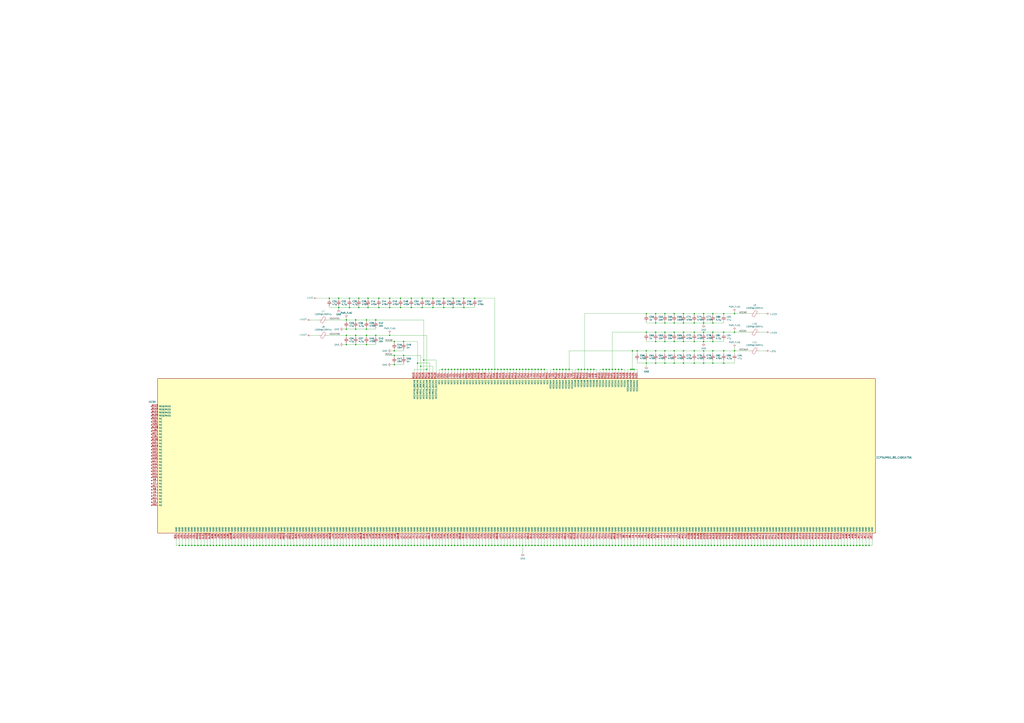
<source format=kicad_sch>
(kicad_sch (version 20211123) (generator eeschema)

  (uuid c84240d6-b00f-4d3f-9440-69b8f00ab905)

  (paper "A1")

  

  (junction (at 581.66 448.31) (diameter 0) (color 0 0 0 0)
    (uuid 000b46d6-b833-4804-8f56-56d539f76d09)
  )
  (junction (at 396.24 303.53) (diameter 0) (color 0 0 0 0)
    (uuid 015f5586-ba76-4a98-9114-f5cd2c67134d)
  )
  (junction (at 627.38 448.31) (diameter 0) (color 0 0 0 0)
    (uuid 022502e0-e724-4b75-bc35-3c5984dbeb76)
  )
  (junction (at 327.66 448.31) (diameter 0) (color 0 0 0 0)
    (uuid 02538207-54a8-4266-8d51-23871852b2ff)
  )
  (junction (at 375.92 448.31) (diameter 0) (color 0 0 0 0)
    (uuid 02f8904b-a7b2-49dd-b392-764e7e29fb51)
  )
  (junction (at 311.15 245.11) (diameter 0) (color 0 0 0 0)
    (uuid 051b8cb0-ae77-4e09-98a7-bf2103319e66)
  )
  (junction (at 485.14 303.53) (diameter 0) (color 0 0 0 0)
    (uuid 0554bea0-89b2-4e25-9ea3-4c73921c94cb)
  )
  (junction (at 350.52 448.31) (diameter 0) (color 0 0 0 0)
    (uuid 05d3e08e-e1f9-46cf-93d0-836d1306d03a)
  )
  (junction (at 668.02 448.31) (diameter 0) (color 0 0 0 0)
    (uuid 06665bf8-cef1-4e75-8d5b-1537b3c1b090)
  )
  (junction (at 300.99 275.59) (diameter 0) (color 0 0 0 0)
    (uuid 083becc8-e25d-4206-9636-55457650bbe3)
  )
  (junction (at 619.76 448.31) (diameter 0) (color 0 0 0 0)
    (uuid 08ec951f-e7eb-41cf-9589-697107a98e88)
  )
  (junction (at 530.86 448.31) (diameter 0) (color 0 0 0 0)
    (uuid 099473f1-6598-46ff-a50f-4c520832170d)
  )
  (junction (at 612.14 448.31) (diameter 0) (color 0 0 0 0)
    (uuid 09bbea88-8bd7-48ec-baae-1b4a9a11a40e)
  )
  (junction (at 346.71 252.73) (diameter 0) (color 0 0 0 0)
    (uuid 0b4c0f05-c855-4742-bad2-dbf645d5842b)
  )
  (junction (at 287.02 245.11) (diameter 0) (color 0 0 0 0)
    (uuid 0b9f21ed-3d41-4f23-ae45-74117a5f3153)
  )
  (junction (at 444.5 448.31) (diameter 0) (color 0 0 0 0)
    (uuid 0ba17a9b-d889-426c-b4fe-048bed6b6be8)
  )
  (junction (at 558.8 448.31) (diameter 0) (color 0 0 0 0)
    (uuid 0c5dddf1-38df-43d2-b49c-e7b691dab0ab)
  )
  (junction (at 218.44 448.31) (diameter 0) (color 0 0 0 0)
    (uuid 0cc9bf07-55b9-458f-b8aa-41b2f51fa940)
  )
  (junction (at 556.26 448.31) (diameter 0) (color 0 0 0 0)
    (uuid 0ce1dd44-f307-4f98-9f0d-478fd87daa64)
  )
  (junction (at 320.04 275.59) (diameter 0) (color 0 0 0 0)
    (uuid 0d993e48-cea3-4104-9c5a-d8f97b64a3ac)
  )
  (junction (at 645.16 448.31) (diameter 0) (color 0 0 0 0)
    (uuid 0e32af77-726b-4e11-9f99-2e2484ba9e9b)
  )
  (junction (at 603.25 273.05) (diameter 0) (color 0 0 0 0)
    (uuid 0f0f7bb5-ade7-4a81-82b4-43be6a8ad05c)
  )
  (junction (at 328.93 252.73) (diameter 0) (color 0 0 0 0)
    (uuid 0f560957-a8c5-442f-b20c-c2d88613742c)
  )
  (junction (at 617.22 448.31) (diameter 0) (color 0 0 0 0)
    (uuid 0fb27e11-fde6-4a25-adbb-e9684771b369)
  )
  (junction (at 292.1 448.31) (diameter 0) (color 0 0 0 0)
    (uuid 10d8ad0e-6a08-4053-92aa-23a15910fd21)
  )
  (junction (at 585.47 257.81) (diameter 0) (color 0 0 0 0)
    (uuid 113ffcdf-4c54-4e37-81dc-f91efa934ba7)
  )
  (junction (at 299.72 448.31) (diameter 0) (color 0 0 0 0)
    (uuid 123968c6-74e7-4754-8c36-08ea08e42555)
  )
  (junction (at 337.82 448.31) (diameter 0) (color 0 0 0 0)
    (uuid 12c8f4c9-cb79-4390-b96c-a717c693de17)
  )
  (junction (at 340.36 448.31) (diameter 0) (color 0 0 0 0)
    (uuid 12f8e43c-8f83-48d3-a9b5-5f3ebc0b6c43)
  )
  (junction (at 419.1 303.53) (diameter 0) (color 0 0 0 0)
    (uuid 12fa3c3f-3d14-451a-a6a8-884fd1b32fa7)
  )
  (junction (at 434.34 448.31) (diameter 0) (color 0 0 0 0)
    (uuid 1317ff66-8ecf-46c9-9612-8d2eae03c537)
  )
  (junction (at 502.92 303.53) (diameter 0) (color 0 0 0 0)
    (uuid 13ac70df-e9b9-44e5-96e6-20f0b0dc6a3a)
  )
  (junction (at 660.4 448.31) (diameter 0) (color 0 0 0 0)
    (uuid 15189cef-9045-423b-b4f6-a763d4e75704)
  )
  (junction (at 650.24 448.31) (diameter 0) (color 0 0 0 0)
    (uuid 152cd84e-bbed-4df5-a866-d1ab977b0966)
  )
  (junction (at 538.48 288.29) (diameter 0) (color 0 0 0 0)
    (uuid 15699041-ed40-45ee-87d8-f5e206a88536)
  )
  (junction (at 596.9 448.31) (diameter 0) (color 0 0 0 0)
    (uuid 162e5bdd-61a8-46a3-8485-826b5d58e1a1)
  )
  (junction (at 434.34 303.53) (diameter 0) (color 0 0 0 0)
    (uuid 1755646e-fc08-4e43-a301-d9b3ea704cf6)
  )
  (junction (at 675.64 448.31) (diameter 0) (color 0 0 0 0)
    (uuid 178ae27e-edb9-4ffb-bd13-c0a6dd659606)
  )
  (junction (at 328.93 245.11) (diameter 0) (color 0 0 0 0)
    (uuid 17ed3508-fa2e-4593-a799-bfd39a6cc14d)
  )
  (junction (at 424.18 448.31) (diameter 0) (color 0 0 0 0)
    (uuid 17ff35b3-d658-499b-9a46-ea36063fed4e)
  )
  (junction (at 561.34 280.67) (diameter 0) (color 0 0 0 0)
    (uuid 1855ca44-ab48-4b76-a210-97fc81d916c4)
  )
  (junction (at 530.86 298.45) (diameter 0) (color 0 0 0 0)
    (uuid 1876c30c-72b2-4a8d-9f32-bf8b213530b4)
  )
  (junction (at 381 252.73) (diameter 0) (color 0 0 0 0)
    (uuid 18f1018d-5857-4c32-a072-f3de80352f74)
  )
  (junction (at 535.94 448.31) (diameter 0) (color 0 0 0 0)
    (uuid 199124ca-dd64-45cf-a063-97cc545cbea7)
  )
  (junction (at 685.8 448.31) (diameter 0) (color 0 0 0 0)
    (uuid 1a22eb2d-f625-4371-a918-ff1b97dc8219)
  )
  (junction (at 284.48 262.89) (diameter 0) (color 0 0 0 0)
    (uuid 1b023dd4-5185-4576-b544-68a05b9c360b)
  )
  (junction (at 538.48 273.05) (diameter 0) (color 0 0 0 0)
    (uuid 1bd80cf9-f42a-4aee-a408-9dbf4e81e625)
  )
  (junction (at 568.96 448.31) (diameter 0) (color 0 0 0 0)
    (uuid 1bf7d0f9-0dcf-4d7c-b58c-318e3dc42bc9)
  )
  (junction (at 355.6 252.73) (diameter 0) (color 0 0 0 0)
    (uuid 1c052668-6749-425a-9a77-35f046c8aa39)
  )
  (junction (at 323.85 288.29) (diameter 0) (color 0 0 0 0)
    (uuid 1c9f6fea-1796-4a2d-80b3-ae22ce51c8f5)
  )
  (junction (at 577.85 257.81) (diameter 0) (color 0 0 0 0)
    (uuid 1cacb878-9da4-41fc-aa80-018bc841e19a)
  )
  (junction (at 149.86 448.31) (diameter 0) (color 0 0 0 0)
    (uuid 1cb22080-0f59-4c18-a6e6-8685ef44ec53)
  )
  (junction (at 411.48 303.53) (diameter 0) (color 0 0 0 0)
    (uuid 1cc5480b-56b7-4379-98e2-ccafc88911a7)
  )
  (junction (at 577.85 280.67) (diameter 0) (color 0 0 0 0)
    (uuid 1de61170-5337-44c5-ba28-bd477db4bff1)
  )
  (junction (at 320.04 245.11) (diameter 0) (color 0 0 0 0)
    (uuid 20901d7e-a300-4069-8967-a6a7e97a68bc)
  )
  (junction (at 585.47 273.05) (diameter 0) (color 0 0 0 0)
    (uuid 2102c637-9f11-48f1-aae6-b4139dc22be2)
  )
  (junction (at 246.38 448.31) (diameter 0) (color 0 0 0 0)
    (uuid 212bf70c-2324-47d9-8700-59771063baeb)
  )
  (junction (at 391.16 448.31) (diameter 0) (color 0 0 0 0)
    (uuid 21492bcd-343a-4b2b-b55a-b4586c11bdeb)
  )
  (junction (at 180.34 448.31) (diameter 0) (color 0 0 0 0)
    (uuid 2165c9a4-eb84-4cb6-a870-2fdc39d2511b)
  )
  (junction (at 480.06 448.31) (diameter 0) (color 0 0 0 0)
    (uuid 22962957-1efd-404d-83db-5b233b6c15b0)
  )
  (junction (at 154.94 448.31) (diameter 0) (color 0 0 0 0)
    (uuid 235067e2-1686-40fe-a9a0-61704311b2b1)
  )
  (junction (at 220.98 448.31) (diameter 0) (color 0 0 0 0)
    (uuid 241e0c85-4796-48eb-a5a0-1c0f2d6e5910)
  )
  (junction (at 570.23 273.05) (diameter 0) (color 0 0 0 0)
    (uuid 247ebffd-2cb6-4379-ba6e-21861fea3913)
  )
  (junction (at 502.92 448.31) (diameter 0) (color 0 0 0 0)
    (uuid 24adc223-60f0-4497-98a3-d664c5a13280)
  )
  (junction (at 370.84 448.31) (diameter 0) (color 0 0 0 0)
    (uuid 2518d4ea-25cc-4e57-a0d6-8482034e7318)
  )
  (junction (at 561.34 265.43) (diameter 0) (color 0 0 0 0)
    (uuid 254f7cc6-cee1-44ca-9afe-939b318201aa)
  )
  (junction (at 695.96 448.31) (diameter 0) (color 0 0 0 0)
    (uuid 25c663ff-96b6-4263-a06e-d1829409cf73)
  )
  (junction (at 538.48 448.31) (diameter 0) (color 0 0 0 0)
    (uuid 26a22c19-4cc5-4237-9651-0edc4f854154)
  )
  (junction (at 431.8 303.53) (diameter 0) (color 0 0 0 0)
    (uuid 26bc8641-9bca-4204-9709-deedbe202a36)
  )
  (junction (at 585.47 288.29) (diameter 0) (color 0 0 0 0)
    (uuid 272c2a78-b5f5-4b61-aed3-ec69e0e92729)
  )
  (junction (at 474.98 303.53) (diameter 0) (color 0 0 0 0)
    (uuid 275b6416-db29-42cc-9307-bf426917c3b4)
  )
  (junction (at 500.38 448.31) (diameter 0) (color 0 0 0 0)
    (uuid 278a91dc-d57d-4a5c-a045-34b6bd84131f)
  )
  (junction (at 345.44 448.31) (diameter 0) (color 0 0 0 0)
    (uuid 282c8e53-3acc-42f0-a92a-6aa976b97a93)
  )
  (junction (at 487.68 448.31) (diameter 0) (color 0 0 0 0)
    (uuid 29126f72-63f7-4275-8b12-6b96a71c6f17)
  )
  (junction (at 711.2 448.31) (diameter 0) (color 0 0 0 0)
    (uuid 291935ec-f8ff-41f0-8717-e68b8af7b8c1)
  )
  (junction (at 459.74 303.53) (diameter 0) (color 0 0 0 0)
    (uuid 29cbb0bc-f66b-4d11-80e7-5bb270e42496)
  )
  (junction (at 655.32 448.31) (diameter 0) (color 0 0 0 0)
    (uuid 2a4111b7-8149-4814-9344-3b8119cd75e4)
  )
  (junction (at 332.74 448.31) (diameter 0) (color 0 0 0 0)
    (uuid 2a6075ae-c7fa-41db-86b8-3f996740bdc2)
  )
  (junction (at 594.36 288.29) (diameter 0) (color 0 0 0 0)
    (uuid 2b25e886-ded1-450a-ada1-ece4208052e4)
  )
  (junction (at 294.64 245.11) (diameter 0) (color 0 0 0 0)
    (uuid 2b64d2cb-d62a-4762-97ea-f1b0d4293c4f)
  )
  (junction (at 287.02 448.31) (diameter 0) (color 0 0 0 0)
    (uuid 2c95b9a6-9c71-4108-9cde-57ddfdd2dd19)
  )
  (junction (at 187.96 448.31) (diameter 0) (color 0 0 0 0)
    (uuid 2de1ffee-2174-41d2-8969-68b8d21e5a7d)
  )
  (junction (at 492.76 448.31) (diameter 0) (color 0 0 0 0)
    (uuid 2ea8fa6f-efc3-40fe-bcf9-05bfa46ead4f)
  )
  (junction (at 642.62 448.31) (diameter 0) (color 0 0 0 0)
    (uuid 2ee28fa9-d785-45a1-9a1b-1be02ad8cd0b)
  )
  (junction (at 622.3 448.31) (diameter 0) (color 0 0 0 0)
    (uuid 2eea20e6-112c-411a-b615-885ae773135a)
  )
  (junction (at 601.98 448.31) (diameter 0) (color 0 0 0 0)
    (uuid 2f3fba7a-cf45-4bd8-9035-07e6fa0b4732)
  )
  (junction (at 398.78 448.31) (diameter 0) (color 0 0 0 0)
    (uuid 2f424da3-8fae-4941-bc6d-20044787372f)
  )
  (junction (at 599.44 448.31) (diameter 0) (color 0 0 0 0)
    (uuid 319c683d-aed6-4e7d-aee2-ff9871746d52)
  )
  (junction (at 157.48 448.31) (diameter 0) (color 0 0 0 0)
    (uuid 31f91ec8-56e4-4e08-9ccd-012652772211)
  )
  (junction (at 278.13 245.11) (diameter 0) (color 0 0 0 0)
    (uuid 3249bd81-9fd4-4194-9b4f-2e333b2195b8)
  )
  (junction (at 561.34 288.29) (diameter 0) (color 0 0 0 0)
    (uuid 3457afc5-3e4f-4220-81d1-b079f653a722)
  )
  (junction (at 271.78 448.31) (diameter 0) (color 0 0 0 0)
    (uuid 347562f5-b152-4e7b-8a69-40ca6daaaad4)
  )
  (junction (at 200.66 448.31) (diameter 0) (color 0 0 0 0)
    (uuid 34c0bee6-7425-4435-8857-d1fe8dfb6d89)
  )
  (junction (at 693.42 448.31) (diameter 0) (color 0 0 0 0)
    (uuid 34ce7009-187e-4541-a14e-708b3a2903d9)
  )
  (junction (at 462.28 303.53) (diameter 0) (color 0 0 0 0)
    (uuid 355ced6c-c08a-4586-9a09-7a9c624536f6)
  )
  (junction (at 311.15 252.73) (diameter 0) (color 0 0 0 0)
    (uuid 35c09d1f-2914-4d1e-a002-df30af772f3b)
  )
  (junction (at 706.12 448.31) (diameter 0) (color 0 0 0 0)
    (uuid 35fb7c56-dc85-43f7-b954-81b8040a8500)
  )
  (junction (at 215.9 448.31) (diameter 0) (color 0 0 0 0)
    (uuid 363945f6-fbef-42be-99cf-4a8a48434d92)
  )
  (junction (at 223.52 448.31) (diameter 0) (color 0 0 0 0)
    (uuid 386ad9e3-71fa-420f-8722-88548b024fc5)
  )
  (junction (at 424.18 303.53) (diameter 0) (color 0 0 0 0)
    (uuid 3993c707-5291-41b6-83c0-d1c09cb3833a)
  )
  (junction (at 577.85 288.29) (diameter 0) (color 0 0 0 0)
    (uuid 3a1a39fc-8030-4c93-9d9c-d79ba6824099)
  )
  (junction (at 546.1 257.81) (diameter 0) (color 0 0 0 0)
    (uuid 3b65c51e-c243-447e-bee9-832d94c1630e)
  )
  (junction (at 553.72 257.81) (diameter 0) (color 0 0 0 0)
    (uuid 3bbbbb7d-391c-4fee-ac81-3c47878edc38)
  )
  (junction (at 401.32 448.31) (diameter 0) (color 0 0 0 0)
    (uuid 3bca658b-a598-4669-a7cb-3f9b5f47bb5a)
  )
  (junction (at 474.98 448.31) (diameter 0) (color 0 0 0 0)
    (uuid 3c22d605-7855-4cc6-8ad2-906cadbd02dc)
  )
  (junction (at 170.18 448.31) (diameter 0) (color 0 0 0 0)
    (uuid 3c9169cc-3a77-4ae0-8afc-cbfc472a28c5)
  )
  (junction (at 383.54 448.31) (diameter 0) (color 0 0 0 0)
    (uuid 3d552623-2969-4b15-8623-368144f225e9)
  )
  (junction (at 300.99 262.89) (diameter 0) (color 0 0 0 0)
    (uuid 3e3d55c8-e0ea-48fb-8421-a84b7cb7055b)
  )
  (junction (at 172.72 448.31) (diameter 0) (color 0 0 0 0)
    (uuid 3e57b728-64e6-4470-8f27-a43c0dd85050)
  )
  (junction (at 454.66 448.31) (diameter 0) (color 0 0 0 0)
    (uuid 3ed2c840-383d-4cbd-bc3b-c4ea4c97b333)
  )
  (junction (at 266.7 448.31) (diameter 0) (color 0 0 0 0)
    (uuid 3efa2ece-8f3f-4a8c-96e9-6ab3ec6f1f70)
  )
  (junction (at 585.47 280.67) (diameter 0) (color 0 0 0 0)
    (uuid 3f2a6679-91d7-4b6c-bf5c-c4d5abb2bc44)
  )
  (junction (at 543.56 448.31) (diameter 0) (color 0 0 0 0)
    (uuid 402c62e6-8d8e-473a-a0cf-2b86e4908cd7)
  )
  (junction (at 467.36 448.31) (diameter 0) (color 0 0 0 0)
    (uuid 4086cbd7-6ba7-4e63-8da9-17e60627ee17)
  )
  (junction (at 401.32 303.53) (diameter 0) (color 0 0 0 0)
    (uuid 41485de5-6ed3-4c83-b69e-ef83ae18093c)
  )
  (junction (at 614.68 448.31) (diameter 0) (color 0 0 0 0)
    (uuid 41c18011-40db-4384-9ba4-c0158d0d9d6a)
  )
  (junction (at 317.5 448.31) (diameter 0) (color 0 0 0 0)
    (uuid 422b10b9-e829-44a2-8808-05edd8cb3050)
  )
  (junction (at 406.4 448.31) (diameter 0) (color 0 0 0 0)
    (uuid 42d3f9d6-2a47-41a8-b942-295fcb83bcd8)
  )
  (junction (at 264.16 448.31) (diameter 0) (color 0 0 0 0)
    (uuid 430d6d73-9de6-41ca-b788-178d709f4aae)
  )
  (junction (at 337.82 252.73) (diameter 0) (color 0 0 0 0)
    (uuid 4344bc11-e822-474b-8d61-d12211e719b1)
  )
  (junction (at 604.52 448.31) (diameter 0) (color 0 0 0 0)
    (uuid 4346fe55-f906-453a-b81a-1c013104a598)
  )
  (junction (at 248.92 448.31) (diameter 0) (color 0 0 0 0)
    (uuid 44035e53-ff94-45ad-801f-55a1ce042a0d)
  )
  (junction (at 594.36 448.31) (diameter 0) (color 0 0 0 0)
    (uuid 456c5e47-d71e-4708-b061-1e61634d8648)
  )
  (junction (at 497.84 303.53) (diameter 0) (color 0 0 0 0)
    (uuid 4641c87c-bffa-41fe-ae77-be3a97a6f797)
  )
  (junction (at 464.82 448.31) (diameter 0) (color 0 0 0 0)
    (uuid 465137b4-f6f7-4d51-9b40-b161947d5cc1)
  )
  (junction (at 393.7 448.31) (diameter 0) (color 0 0 0 0)
    (uuid 46cbe85d-ff47-428e-b187-4ebd50a66e0c)
  )
  (junction (at 292.1 275.59) (diameter 0) (color 0 0 0 0)
    (uuid 475ed8b3-90bf-48cd-bce5-d8f48b689541)
  )
  (junction (at 553.72 298.45) (diameter 0) (color 0 0 0 0)
    (uuid 4970ec6e-3725-4619-b57d-dc2c2cb86ed0)
  )
  (junction (at 713.74 448.31) (diameter 0) (color 0 0 0 0)
    (uuid 49a65079-57a9-46fc-8711-1d7f2cab8dbf)
  )
  (junction (at 577.85 298.45) (diameter 0) (color 0 0 0 0)
    (uuid 49b5f540-e128-4e08-bb09-f321f8e64056)
  )
  (junction (at 624.84 448.31) (diameter 0) (color 0 0 0 0)
    (uuid 49fec31e-3712-4229-8142-b191d90a97d0)
  )
  (junction (at 553.72 265.43) (diameter 0) (color 0 0 0 0)
    (uuid 4a53fa56-d65b-42a4-a4be-8f49c4c015bb)
  )
  (junction (at 302.26 448.31) (diameter 0) (color 0 0 0 0)
    (uuid 4a7e3849-3bc9-4bb3-b16a-fab2f5cee0e5)
  )
  (junction (at 528.32 448.31) (diameter 0) (color 0 0 0 0)
    (uuid 4bbde53d-6894-4e18-9480-84a6a26d5f6b)
  )
  (junction (at 497.84 448.31) (diameter 0) (color 0 0 0 0)
    (uuid 4cc0e615-05a0-4f42-a208-4011ba8ef841)
  )
  (junction (at 577.85 265.43) (diameter 0) (color 0 0 0 0)
    (uuid 4ce9470f-5633-41bf-89ac-74a810939893)
  )
  (junction (at 515.62 448.31) (diameter 0) (color 0 0 0 0)
    (uuid 4cfd9a02-97ef-4af4-a6b8-db9be1a8fda5)
  )
  (junction (at 703.58 448.31) (diameter 0) (color 0 0 0 0)
    (uuid 4e677390-a246-4ca0-954c-746e0870f88f)
  )
  (junction (at 373.38 448.31) (diameter 0) (color 0 0 0 0)
    (uuid 4fd9bc4f-0ae3-42d4-a1b4-9fb1b2a0a7fd)
  )
  (junction (at 574.04 448.31) (diameter 0) (color 0 0 0 0)
    (uuid 51cc007a-3378-4ce3-909c-71e94822f8d1)
  )
  (junction (at 396.24 448.31) (diameter 0) (color 0 0 0 0)
    (uuid 541721d1-074b-496e-a833-813044b3e8ca)
  )
  (junction (at 520.7 303.53) (diameter 0) (color 0 0 0 0)
    (uuid 54ed3ee1-891b-418e-ab9c-6a18747d7388)
  )
  (junction (at 576.58 448.31) (diameter 0) (color 0 0 0 0)
    (uuid 5576cd03-3bad-40c5-9316-1d286895d52a)
  )
  (junction (at 652.78 448.31) (diameter 0) (color 0 0 0 0)
    (uuid 560d05a7-84e4-403a-80d1-f287a4032b8a)
  )
  (junction (at 609.6 448.31) (diameter 0) (color 0 0 0 0)
    (uuid 56d2bc5d-fd72-4542-ab0f-053a5fd60efa)
  )
  (junction (at 538.48 265.43) (diameter 0) (color 0 0 0 0)
    (uuid 57f248a7-365e-4c42-b80d-5a7d1f9dfaf3)
  )
  (junction (at 563.88 448.31) (diameter 0) (color 0 0 0 0)
    (uuid 58390862-1833-41dd-9c4e-98073ea0da33)
  )
  (junction (at 546.1 298.45) (diameter 0) (color 0 0 0 0)
    (uuid 5bab6a37-1fdf-4cf8-b571-44c962ed86e9)
  )
  (junction (at 231.14 448.31) (diameter 0) (color 0 0 0 0)
    (uuid 5d49e9a6-41dd-4072-adde-ef1036c1979b)
  )
  (junction (at 603.25 288.29) (diameter 0) (color 0 0 0 0)
    (uuid 5e6153e6-2c19-46de-9a8e-b310a2a07861)
  )
  (junction (at 561.34 448.31) (diameter 0) (color 0 0 0 0)
    (uuid 5e755161-24a5-4650-a6e3-9836bf074412)
  )
  (junction (at 165.1 448.31) (diameter 0) (color 0 0 0 0)
    (uuid 5e7c3a32-8dda-4e6a-9838-c94d1f165575)
  )
  (junction (at 294.64 448.31) (diameter 0) (color 0 0 0 0)
    (uuid 5f312b85-6822-40a3-b417-2df49696ca2d)
  )
  (junction (at 167.64 448.31) (diameter 0) (color 0 0 0 0)
    (uuid 5f31b97b-d794-46d6-bbd9-7a5638bcf704)
  )
  (junction (at 342.9 448.31) (diameter 0) (color 0 0 0 0)
    (uuid 5f38bdb2-3657-474e-8e86-d6bb0b298110)
  )
  (junction (at 561.34 273.05) (diameter 0) (color 0 0 0 0)
    (uuid 5f48b0f2-82cf-40ce-afac-440f97643c36)
  )
  (junction (at 330.2 448.31) (diameter 0) (color 0 0 0 0)
    (uuid 5f6afe3e-3cb2-473a-819c-dc94ae52a6be)
  )
  (junction (at 553.72 273.05) (diameter 0) (color 0 0 0 0)
    (uuid 6150c02b-beb5-4af1-951e-3666a285a6ea)
  )
  (junction (at 589.28 448.31) (diameter 0) (color 0 0 0 0)
    (uuid 62f15a9a-9893-486e-9ad0-ea43f88fc9e7)
  )
  (junction (at 505.46 448.31) (diameter 0) (color 0 0 0 0)
    (uuid 631c7be5-8dc2-4df4-ab73-737bb928e763)
  )
  (junction (at 698.5 448.31) (diameter 0) (color 0 0 0 0)
    (uuid 637e9edf-ffed-49a2-8408-fa110c9a4c79)
  )
  (junction (at 439.42 448.31) (diameter 0) (color 0 0 0 0)
    (uuid 63caf46e-0228-40de-b819-c6bd29dd1711)
  )
  (junction (at 454.66 303.53) (diameter 0) (color 0 0 0 0)
    (uuid 653a86ba-a1ae-4175-9d4c-c788087956d0)
  )
  (junction (at 637.54 448.31) (diameter 0) (color 0 0 0 0)
    (uuid 66ca01b3-51ff-4294-9b77-4492e98f6aec)
  )
  (junction (at 457.2 303.53) (diameter 0) (color 0 0 0 0)
    (uuid 6a0919c2-460c-4229-b872-14e318e1ba8b)
  )
  (junction (at 256.54 448.31) (diameter 0) (color 0 0 0 0)
    (uuid 6a2bcc72-047b-4846-8583-1109e3552669)
  )
  (junction (at 353.06 448.31) (diameter 0) (color 0 0 0 0)
    (uuid 6bd46644-7209-4d4d-acd8-f4c0d045bc61)
  )
  (junction (at 203.2 448.31) (diameter 0) (color 0 0 0 0)
    (uuid 6cb535a7-247d-4f99-997d-c21b160eadfa)
  )
  (junction (at 195.58 448.31) (diameter 0) (color 0 0 0 0)
    (uuid 6cb93665-0bcd-4104-8633-fffd1811eee0)
  )
  (junction (at 505.46 303.53) (diameter 0) (color 0 0 0 0)
    (uuid 6d2a06fb-0b1e-452a-ab38-11a5f45e1b32)
  )
  (junction (at 683.26 448.31) (diameter 0) (color 0 0 0 0)
    (uuid 6ff9bb63-d6fd-4e32-bb60-7ac65509c2e9)
  )
  (junction (at 152.4 448.31) (diameter 0) (color 0 0 0 0)
    (uuid 701e1517-e8cf-46f4-b538-98e721c97380)
  )
  (junction (at 546.1 448.31) (diameter 0) (color 0 0 0 0)
    (uuid 706c1cb9-5d96-4282-9efc-6147f0125147)
  )
  (junction (at 269.24 448.31) (diameter 0) (color 0 0 0 0)
    (uuid 70d34adf-9bd8-469e-8c77-5c0d7adf511e)
  )
  (junction (at 278.13 252.73) (diameter 0) (color 0 0 0 0)
    (uuid 718e5c6d-0e4c-46d8-a149-2f2bfc54c7f1)
  )
  (junction (at 373.38 303.53) (diameter 0) (color 0 0 0 0)
    (uuid 71af7b65-0e6b-402e-b1a4-b66be507b4dc)
  )
  (junction (at 449.58 448.31) (diameter 0) (color 0 0 0 0)
    (uuid 7233cb6b-d8fd-4fcd-9b4f-8b0ed19b1b12)
  )
  (junction (at 300.99 270.51) (diameter 0) (color 0 0 0 0)
    (uuid 725cdf26-4b92-46db-bca9-10d930002dda)
  )
  (junction (at 586.74 448.31) (diameter 0) (color 0 0 0 0)
    (uuid 7273dd21-e834-41d3-b279-d7de727709ca)
  )
  (junction (at 708.66 448.31) (diameter 0) (color 0 0 0 0)
    (uuid 73ee7e03-97a8-4121-b568-c25f3934a935)
  )
  (junction (at 323.85 299.72) (diameter 0) (color 0 0 0 0)
    (uuid 73fbe87f-3928-49c2-bf87-839d907c6aef)
  )
  (junction (at 519.43 303.53) (diameter 0) (color 0 0 0 0)
    (uuid 749d9ed0-2ff2-4b55-abc5-f7231ec3aa28)
  )
  (junction (at 513.08 448.31) (diameter 0) (color 0 0 0 0)
    (uuid 751d823e-1d7b-4501-9658-d06d459b0e16)
  )
  (junction (at 553.72 288.29) (diameter 0) (color 0 0 0 0)
    (uuid 755f94aa-38f0-4a64-a7c7-6c71cb18cddf)
  )
  (junction (at 177.8 448.31) (diameter 0) (color 0 0 0 0)
    (uuid 75b944f9-bf25-4dc7-8104-e9f80b4f359b)
  )
  (junction (at 447.04 303.53) (diameter 0) (color 0 0 0 0)
    (uuid 761c8e29-382a-475c-a37a-7201cc9cd0f5)
  )
  (junction (at 284.48 283.21) (diameter 0) (color 0 0 0 0)
    (uuid 76afa8e0-9b3a-439d-843c-ad039d3b6354)
  )
  (junction (at 259.08 448.31) (diameter 0) (color 0 0 0 0)
    (uuid 775e8983-a723-43c5-bf00-61681f0840f3)
  )
  (junction (at 421.64 448.31) (diameter 0) (color 0 0 0 0)
    (uuid 78b44915-d68e-4488-a873-34767153ef98)
  )
  (junction (at 302.26 252.73) (diameter 0) (color 0 0 0 0)
    (uuid 79451892-db6b-4999-916d-6392174ee493)
  )
  (junction (at 372.11 252.73) (diameter 0) (color 0 0 0 0)
    (uuid 799e761c-1426-40e9-a069-1f4cb353bfaa)
  )
  (junction (at 300.99 283.21) (diameter 0) (color 0 0 0 0)
    (uuid 7acd513a-187b-4936-9f93-2e521ce33ad5)
  )
  (junction (at 292.1 262.89) (diameter 0) (color 0 0 0 0)
    (uuid 7b766787-7689-40b8-9ef5-c0b1af45a9ae)
  )
  (junction (at 408.94 303.53) (diameter 0) (color 0 0 0 0)
    (uuid 7bea05d4-1dec-4cd6-aa53-302dde803254)
  )
  (junction (at 208.28 448.31) (diameter 0) (color 0 0 0 0)
    (uuid 7c5f3091-7791-43b3-8d50-43f6a72274c9)
  )
  (junction (at 193.04 448.31) (diameter 0) (color 0 0 0 0)
    (uuid 7f2b3ce3-2f20-426d-b769-e0329b6a8111)
  )
  (junction (at 238.76 448.31) (diameter 0) (color 0 0 0 0)
    (uuid 7f9683c1-2203-43df-8fa1-719a0dc360df)
  )
  (junction (at 538.48 280.67) (diameter 0) (color 0 0 0 0)
    (uuid 80095e91-6317-4cfb-9aea-884c9a1accc5)
  )
  (junction (at 570.23 288.29) (diameter 0) (color 0 0 0 0)
    (uuid 83184391-76ed-44f0-8cd0-01f89f157bdb)
  )
  (junction (at 346.71 245.11) (diameter 0) (color 0 0 0 0)
    (uuid 83c5181e-f5ee-453c-ae5c-d7256ba8837d)
  )
  (junction (at 287.02 252.73) (diameter 0) (color 0 0 0 0)
    (uuid 8486c294-aa7e-43c3-b257-1ca3356dd17a)
  )
  (junction (at 182.88 448.31) (diameter 0) (color 0 0 0 0)
    (uuid 84d4e166-b429-409a-ab37-c6a10fd82ff5)
  )
  (junction (at 414.02 303.53) (diameter 0) (color 0 0 0 0)
    (uuid 851f3d61-ba3b-4e6e-abd4-cafa4d9b64cb)
  )
  (junction (at 323.85 292.1) (diameter 0) (color 0 0 0 0)
    (uuid 86ad0555-08b3-4dde-9a3e-c1e5e29b6615)
  )
  (junction (at 375.92 303.53) (diameter 0) (color 0 0 0 0)
    (uuid 86e98417-f5e4-48ba-8147-ef66cc03dde6)
  )
  (junction (at 228.6 448.31) (diameter 0) (color 0 0 0 0)
    (uuid 87a1984f-543d-4f2e-ad8a-7a3a24ee6047)
  )
  (junction (at 482.6 448.31) (diameter 0) (color 0 0 0 0)
    (uuid 88606262-3ac5-44a1-aacc-18b26cf4d396)
  )
  (junction (at 304.8 448.31) (diameter 0) (color 0 0 0 0)
    (uuid 888fd7cb-2fc6-480c-bcfa-0b71303087d3)
  )
  (junction (at 546.1 273.05) (diameter 0) (color 0 0 0 0)
    (uuid 88deea08-baa5-4041-beb7-01c299cf00e6)
  )
  (junction (at 429.26 303.53) (diameter 0) (color 0 0 0 0)
    (uuid 89a3dae6-dcb5-435b-a383-656b6a19a316)
  )
  (junction (at 647.7 448.31) (diameter 0) (color 0 0 0 0)
    (uuid 8a427111-6480-4b0c-b097-d8b6a0ee1819)
  )
  (junction (at 519.43 288.29) (diameter 0) (color 0 0 0 0)
    (uuid 8a8c373f-9bc3-4cf7-8f41-4802da916698)
  )
  (junction (at 210.82 448.31) (diameter 0) (color 0 0 0 0)
    (uuid 8ac400bf-c9b3-4af4-b0a7-9aa9ab4ad17e)
  )
  (junction (at 388.62 303.53) (diameter 0) (color 0 0 0 0)
    (uuid 8aeae536-fd36-430e-be47-1a856eced2fc)
  )
  (junction (at 439.42 303.53) (diameter 0) (color 0 0 0 0)
    (uuid 8aff0f38-92a8-45ec-b106-b185e93ca3fd)
  )
  (junction (at 378.46 448.31) (diameter 0) (color 0 0 0 0)
    (uuid 8bd46048-cab7-4adf-af9a-bc2710c1894c)
  )
  (junction (at 147.32 448.31) (diameter 0) (color 0 0 0 0)
    (uuid 8bdea5f6-7a53-427a-92b8-fd15994c2e8c)
  )
  (junction (at 226.06 448.31) (diameter 0) (color 0 0 0 0)
    (uuid 8cb2cd3a-4ef9-4ae5-b6bc-2b1d16f657d6)
  )
  (junction (at 485.14 448.31) (diameter 0) (color 0 0 0 0)
    (uuid 8d063f79-9282-4820-bcf4-1ff3c006cf08)
  )
  (junction (at 302.26 245.11) (diameter 0) (color 0 0 0 0)
    (uuid 8e295ed4-82cb-4d9f-8888-7ad2dd4d5129)
  )
  (junction (at 480.06 303.53) (diameter 0) (color 0 0 0 0)
    (uuid 8eb98c56-17e4-4de6-a3e3-06dcfa392040)
  )
  (junction (at 335.28 448.31) (diameter 0) (color 0 0 0 0)
    (uuid 8f12311d-6f4c-4d28-a5bc-d6cb462bade7)
  )
  (junction (at 281.94 448.31) (diameter 0) (color 0 0 0 0)
    (uuid 90f81af1-b6de-44aa-a46b-6504a157ce6c)
  )
  (junction (at 530.86 288.29) (diameter 0) (color 0 0 0 0)
    (uuid 9112ddd5-10d5-48b8-954f-f1d5adcacbd9)
  )
  (junction (at 472.44 448.31) (diameter 0) (color 0 0 0 0)
    (uuid 91fc5800-6029-46b1-848d-ca0091f97267)
  )
  (junction (at 566.42 448.31) (diameter 0) (color 0 0 0 0)
    (uuid 9208ea78-8dde-4b3d-91e9-5755ab5efd9a)
  )
  (junction (at 518.16 448.31) (diameter 0) (color 0 0 0 0)
    (uuid 92761c09-a591-4c8e-af4d-e0e2262cb01d)
  )
  (junction (at 381 448.31) (diameter 0) (color 0 0 0 0)
    (uuid 92848721-49b5-4e4c-b042-6fd51e1d562f)
  )
  (junction (at 508 303.53) (diameter 0) (color 0 0 0 0)
    (uuid 929a9b03-e99e-4b88-8e16-759f8c6b59a5)
  )
  (junction (at 546.1 288.29) (diameter 0) (color 0 0 0 0)
    (uuid 92f063a3-7cce-4a96-8a3a-cf5767f700c6)
  )
  (junction (at 284.48 275.59) (diameter 0) (color 0 0 0 0)
    (uuid 946404ba-9297-43ec-9d67-30184041145f)
  )
  (junction (at 441.96 448.31) (diameter 0) (color 0 0 0 0)
    (uuid 94a10cae-6ef2-4b64-9d98-fb22aa3306cc)
  )
  (junction (at 570.23 265.43) (diameter 0) (color 0 0 0 0)
    (uuid 94d24676-7ae3-483c-8bd6-88d31adf00b4)
  )
  (junction (at 393.7 303.53) (diameter 0) (color 0 0 0 0)
    (uuid 96315415-cfed-47d2-b3dd-d782358bd0df)
  )
  (junction (at 570.23 280.67) (diameter 0) (color 0 0 0 0)
    (uuid 966ee9ec-860e-45bb-af89-30bda72b2032)
  )
  (junction (at 538.48 298.45) (diameter 0) (color 0 0 0 0)
    (uuid 968a6172-7a4e-40ab-a78a-e4d03671e136)
  )
  (junction (at 571.5 448.31) (diameter 0) (color 0 0 0 0)
    (uuid 96ef76a5-90c3-4767-98ba-2b61887e28d3)
  )
  (junction (at 309.88 448.31) (diameter 0) (color 0 0 0 0)
    (uuid 974c48bf-534e-4335-98e1-b0426c783e99)
  )
  (junction (at 213.36 448.31) (diameter 0) (color 0 0 0 0)
    (uuid 97dcf785-3264-40a1-a36e-8842acab24fb)
  )
  (junction (at 162.56 448.31) (diameter 0) (color 0 0 0 0)
    (uuid 98861672-254d-432b-8e5a-10d885a5ffdc)
  )
  (junction (at 500.38 303.53) (diameter 0) (color 0 0 0 0)
    (uuid 98966de3-2364-43d8-a2e0-b03bb9487b03)
  )
  (junction (at 331.47 280.67) (diameter 0) (color 0 0 0 0)
    (uuid 98970bf0-1168-4b4e-a1c9-3b0c8d7eaacf)
  )
  (junction (at 294.64 252.73) (diameter 0) (color 0 0 0 0)
    (uuid 99186658-0361-40ba-ae93-62f23c5622e6)
  )
  (junction (at 381 245.11) (diameter 0) (color 0 0 0 0)
    (uuid 992a2b00-5e28-4edd-88b5-994891512d8d)
  )
  (junction (at 368.3 448.31) (diameter 0) (color 0 0 0 0)
    (uuid 99e6b8eb-b08e-4d42-84dd-8b7f6765b7b7)
  )
  (junction (at 411.48 448.31) (diameter 0) (color 0 0 0 0)
    (uuid 9a8ad8bb-d9a9-4b2b-bc88-ea6fd2676d45)
  )
  (junction (at 553.72 280.67) (diameter 0) (color 0 0 0 0)
    (uuid 9c2999b2-1cf1-4204-9d23-243401b77aa3)
  )
  (junction (at 490.22 448.31) (diameter 0) (color 0 0 0 0)
    (uuid 9da1ace0-4181-4f12-80f8-16786a9e5c07)
  )
  (junction (at 355.6 448.31) (diameter 0) (color 0 0 0 0)
    (uuid 9db16341-dac0-4aab-9c62-7d88c111c1ce)
  )
  (junction (at 279.4 448.31) (diameter 0) (color 0 0 0 0)
    (uuid 9e0e6fc0-a269-4822-b93d-4c5e6689ff11)
  )
  (junction (at 551.18 448.31) (diameter 0) (color 0 0 0 0)
    (uuid 9ed09117-33cf-45a3-85a7-2606522feaf8)
  )
  (junction (at 632.46 448.31) (diameter 0) (color 0 0 0 0)
    (uuid 9f969b13-1795-4747-8326-93bdc304ed56)
  )
  (junction (at 670.56 448.31) (diameter 0) (color 0 0 0 0)
    (uuid 9fdca5c2-1fbd-4774-a9c3-8795a40c206d)
  )
  (junction (at 673.1 448.31) (diameter 0) (color 0 0 0 0)
    (uuid a0d52767-051a-423c-a600-928281f27952)
  )
  (junction (at 261.62 448.31) (diameter 0) (color 0 0 0 0)
    (uuid a0e7a81b-2259-4f8d-8368-ba75f2004714)
  )
  (junction (at 546.1 265.43) (diameter 0) (color 0 0 0 0)
    (uuid a177c3b4-b04c-490e-b3fe-d3d4d7aa24a7)
  )
  (junction (at 662.94 448.31) (diameter 0) (color 0 0 0 0)
    (uuid a239fd1d-dfbb-49fd-b565-8c3de9dcf42b)
  )
  (junction (at 585.47 298.45) (diameter 0) (color 0 0 0 0)
    (uuid a3fab380-991d-404b-95d5-1c209b047b6e)
  )
  (junction (at 408.94 448.31) (diameter 0) (color 0 0 0 0)
    (uuid a5362821-c161-4c7a-a00c-40e1d7472d56)
  )
  (junction (at 284.48 270.51) (diameter 0) (color 0 0 0 0)
    (uuid a64aeb89-c24a-493b-9aab-87a6be930bde)
  )
  (junction (at 657.86 448.31) (diameter 0) (color 0 0 0 0)
    (uuid a686ed7c-c2d1-4d29-9d54-727faf9fd6bf)
  )
  (junction (at 284.48 448.31) (diameter 0) (color 0 0 0 0)
    (uuid a76a574b-1cac-43eb-81e6-0e2e278cea39)
  )
  (junction (at 190.5 448.31) (diameter 0) (color 0 0 0 0)
    (uuid a7f2e97b-29f3-44fd-bf8a-97a3c1528b61)
  )
  (junction (at 441.96 303.53) (diameter 0) (color 0 0 0 0)
    (uuid a7fc0812-140f-4d96-9cd8-ead8c1c610b1)
  )
  (junction (at 426.72 448.31) (diameter 0) (color 0 0 0 0)
    (uuid a917c6d9-225d-4c90-bf25-fe8eff8abd3f)
  )
  (junction (at 307.34 448.31) (diameter 0) (color 0 0 0 0)
    (uuid a92f3b72-ed6d-4d99-9da6-35771bec3c77)
  )
  (junction (at 363.22 448.31) (diameter 0) (color 0 0 0 0)
    (uuid aa047297-22f8-4de0-a969-0b3451b8e164)
  )
  (junction (at 308.61 262.89) (diameter 0) (color 0 0 0 0)
    (uuid aa1c6f47-cbd4-4cbd-8265-e5ac08b7ffc8)
  )
  (junction (at 577.85 273.05) (diameter 0) (color 0 0 0 0)
    (uuid aa23bfe3-454b-4a2b-bfe1-101c747eb84e)
  )
  (junction (at 678.18 448.31) (diameter 0) (color 0 0 0 0)
    (uuid aa8663be-9516-4b07-84d2-4c4d668b8596)
  )
  (junction (at 518.16 303.53) (diameter 0) (color 0 0 0 0)
    (uuid aadc3df5-0e2d-4f3d-b72e-6f184da74c89)
  )
  (junction (at 360.68 448.31) (diameter 0) (color 0 0 0 0)
    (uuid ab8b0540-9c9f-4195-88f5-7bed0b0a8ed6)
  )
  (junction (at 546.1 280.67) (diameter 0) (color 0 0 0 0)
    (uuid ad4d05f5-6957-42f8-b65c-c657b9a26485)
  )
  (junction (at 289.56 448.31) (diameter 0) (color 0 0 0 0)
    (uuid aee7520e-3bfc-435f-a66b-1dd1f5aa6a87)
  )
  (junction (at 487.68 303.53) (diameter 0) (color 0 0 0 0)
    (uuid af186015-d283-4209-aade-a247e5de01df)
  )
  (junction (at 523.24 288.29) (diameter 0) (color 0 0 0 0)
    (uuid af76ce95-feca-41fb-bf31-edaa26d6766a)
  )
  (junction (at 236.22 448.31) (diameter 0) (color 0 0 0 0)
    (uuid b0054ce1-b60e-41de-a6a2-bf712784dd39)
  )
  (junction (at 365.76 303.53) (diameter 0) (color 0 0 0 0)
    (uuid b0b4c3cb-e7ea-49c0-8162-be3bbab3e4ec)
  )
  (junction (at 320.04 448.31) (diameter 0) (color 0 0 0 0)
    (uuid b12e5309-5d01-40ef-a9c3-8453e00a555e)
  )
  (junction (at 510.54 303.53) (diameter 0) (color 0 0 0 0)
    (uuid b21299b9-3c4d-43df-b399-7f9b08eb5470)
  )
  (junction (at 591.82 448.31) (diameter 0) (color 0 0 0 0)
    (uuid b2b363dd-8e47-4a76-a142-e00e28334875)
  )
  (junction (at 701.04 448.31) (diameter 0) (color 0 0 0 0)
    (uuid b456cffc-d9d7-4c91-91f2-36ec9a65dd1b)
  )
  (junction (at 429.26 448.31) (diameter 0) (color 0 0 0 0)
    (uuid b54cae5b-c17c-4ed7-b249-2e7d5e83609a)
  )
  (junction (at 365.76 448.31) (diameter 0) (color 0 0 0 0)
    (uuid b794d099-f823-4d35-9755-ca1c45247ee9)
  )
  (junction (at 403.86 448.31) (diameter 0) (color 0 0 0 0)
    (uuid b7aa0362-7c9e-4a42-b191-ab15a38bf3c5)
  )
  (junction (at 358.14 448.31) (diameter 0) (color 0 0 0 0)
    (uuid b7d06af4-a5b1-447f-9b1a-8b44eb1cc204)
  )
  (junction (at 635 448.31) (diameter 0) (color 0 0 0 0)
    (uuid b9d4de74-d246-495d-8b63-12ab2133d6d6)
  )
  (junction (at 175.26 448.31) (diameter 0) (color 0 0 0 0)
    (uuid bac7c5b3-99df-445a-ade9-1e608bbbe27e)
  )
  (junction (at 469.9 448.31) (diameter 0) (color 0 0 0 0)
    (uuid bb8162f0-99c8-4884-be5b-c0d0c7e81ff6)
  )
  (junction (at 386.08 448.31) (diameter 0) (color 0 0 0 0)
    (uuid bc3b3f93-69e0-44a5-b919-319b81d13095)
  )
  (junction (at 477.52 303.53) (diameter 0) (color 0 0 0 0)
    (uuid bd085057-7c0e-463a-982b-968a2dc1f0f8)
  )
  (junction (at 243.84 448.31) (diameter 0) (color 0 0 0 0)
    (uuid be2983fa-f06e-485e-bea1-3dd96b916ec5)
  )
  (junction (at 160.02 448.31) (diameter 0) (color 0 0 0 0)
    (uuid be41ac9e-b8ba-4089-983b-b84269707f1c)
  )
  (junction (at 322.58 448.31) (diameter 0) (color 0 0 0 0)
    (uuid be6b17f9-34f5-44e9-a4c7-725d2e274a9d)
  )
  (junction (at 403.86 303.53) (diameter 0) (color 0 0 0 0)
    (uuid bef2abc2-bf3e-4a72-ad03-f8da3cd893cb)
  )
  (junction (at 355.6 245.11) (diameter 0) (color 0 0 0 0)
    (uuid befdfbe5-f3e5-423b-a34e-7bba3f218536)
  )
  (junction (at 383.54 303.53) (diameter 0) (color 0 0 0 0)
    (uuid c07eebcc-30d2-439d-8030-faea6ade4486)
  )
  (junction (at 594.36 257.81) (diameter 0) (color 0 0 0 0)
    (uuid c15b2f75-2e10-4b71-bebb-e2b872171b92)
  )
  (junction (at 541.02 448.31) (diameter 0) (color 0 0 0 0)
    (uuid c1b11207-7c0a-49b3-a41d-2fe677d5f3b8)
  )
  (junction (at 508 448.31) (diameter 0) (color 0 0 0 0)
    (uuid c210293b-1d7a-4e96-92e9-058784106727)
  )
  (junction (at 462.28 448.31) (diameter 0) (color 0 0 0 0)
    (uuid c2dd13db-24b6-40f1-b75b-b9ab893d92ea)
  )
  (junction (at 538.48 257.81) (diameter 0) (color 0 0 0 0)
    (uuid c346b00c-b5e0-4939-beb4-7f48172ef334)
  )
  (junction (at 530.86 273.05) (diameter 0) (color 0 0 0 0)
    (uuid c3d5daf8-d359-42b2-a7c2-0d080ba7e212)
  )
  (junction (at 459.74 448.31) (diameter 0) (color 0 0 0 0)
    (uuid c401e9c6-1deb-4979-99be-7c801c952098)
  )
  (junction (at 607.06 448.31) (diameter 0) (color 0 0 0 0)
    (uuid c512fed3-9770-476b-b048-e781b4f3cd72)
  )
  (junction (at 477.52 448.31) (diameter 0) (color 0 0 0 0)
    (uuid c66a19ed-90c0-4502-ae75-6a4c4ab9f297)
  )
  (junction (at 331.47 292.1) (diameter 0) (color 0 0 0 0)
    (uuid c67ad10d-2f75-4ec6-a139-47058f7f06b2)
  )
  (junction (at 585.47 265.43) (diameter 0) (color 0 0 0 0)
    (uuid c7cd39db-931a-4d86-96b8-57e6b39f58f9)
  )
  (junction (at 254 448.31) (diameter 0) (color 0 0 0 0)
    (uuid c873689a-d206-42f5-aead-9199b4d63f51)
  )
  (junction (at 233.68 448.31) (diameter 0) (color 0 0 0 0)
    (uuid c8ab8246-b2bb-4b06-b45e-2548482466fd)
  )
  (junction (at 561.34 257.81) (diameter 0) (color 0 0 0 0)
    (uuid ca56e1ad-54bf-4df5-a4f7-99f5d61d0de9)
  )
  (junction (at 347.98 295.91) (diameter 0) (color 0 0 0 0)
    (uuid ca5b6af8-ca05-4338-b852-b51f2b49b1db)
  )
  (junction (at 414.02 448.31) (diameter 0) (color 0 0 0 0)
    (uuid ca6e2466-a90a-4dab-be16-b070610e5087)
  )
  (junction (at 533.4 448.31) (diameter 0) (color 0 0 0 0)
    (uuid ca9b74ce-0dee-401c-9544-f599f4cf538d)
  )
  (junction (at 270.51 245.11) (diameter 0) (color 0 0 0 0)
    (uuid cb083d38-4f11-4a80-8b19-ab751c405e4a)
  )
  (junction (at 603.25 257.81) (diameter 0) (color 0 0 0 0)
    (uuid cb1a49ef-0a06-4f40-9008-61d1d1c36198)
  )
  (junction (at 276.86 448.31) (diameter 0) (color 0 0 0 0)
    (uuid cbde200f-1075-469a-89f8-abbdcf30e36a)
  )
  (junction (at 482.6 303.53) (diameter 0) (color 0 0 0 0)
    (uuid cd1cff81-9d8a-4511-96d6-4ddb79484001)
  )
  (junction (at 584.2 448.31) (diameter 0) (color 0 0 0 0)
    (uuid ceb12634-32ca-4cbf-9ff5-5e8b53ab18ad)
  )
  (junction (at 251.46 448.31) (diameter 0) (color 0 0 0 0)
    (uuid cee2f43a-7d22-4585-a857-73949bd17a9d)
  )
  (junction (at 320.04 252.73) (diameter 0) (color 0 0 0 0)
    (uuid cf21dfe3-ab4f-4ad9-b7cf-dc892d833b13)
  )
  (junction (at 398.78 303.53) (diameter 0) (color 0 0 0 0)
    (uuid d05faa1f-5f69-41bf-86d3-2cd224432e1b)
  )
  (junction (at 426.72 303.53) (diameter 0) (color 0 0 0 0)
    (uuid d13b0eae-4711-4325-a6bb-aa8e3646e86e)
  )
  (junction (at 416.56 303.53) (diameter 0) (color 0 0 0 0)
    (uuid d18f2428-546f-4066-8ffb-7653303685db)
  )
  (junction (at 457.2 448.31) (diameter 0) (color 0 0 0 0)
    (uuid d1c19c11-0a13-4237-b6b4-fb2ef1db7c6d)
  )
  (junction (at 467.36 303.53) (diameter 0) (color 0 0 0 0)
    (uuid d1cd5391-31d2-459f-8adb-4ae3f304a833)
  )
  (junction (at 665.48 448.31) (diameter 0) (color 0 0 0 0)
    (uuid d32956af-146b-4a09-a053-d9d64b8dd86d)
  )
  (junction (at 530.86 257.81) (diameter 0) (color 0 0 0 0)
    (uuid d3dd7cdb-b730-487d-804d-99150ba318ef)
  )
  (junction (at 629.92 448.31) (diameter 0) (color 0 0 0 0)
    (uuid d655bb0a-cbf9-4908-ad60-7024ff468fbd)
  )
  (junction (at 345.44 300.99) (diameter 0) (color 0 0 0 0)
    (uuid d72c89a6-7578-4468-964e-2a845431195f)
  )
  (junction (at 690.88 448.31) (diameter 0) (color 0 0 0 0)
    (uuid d767f2ff-12ec-4778-96cb-3fdd7a473d60)
  )
  (junction (at 464.82 303.53) (diameter 0) (color 0 0 0 0)
    (uuid d8200a86-aa75-47a3-ad2a-7f4c9c999a6f)
  )
  (junction (at 416.56 448.31) (diameter 0) (color 0 0 0 0)
    (uuid d95c6650-fcd9-4184-97fe-fde43ea5c0cd)
  )
  (junction (at 495.3 448.31) (diameter 0) (color 0 0 0 0)
    (uuid da546d77-4b03-4562-8fc6-837fd68e7691)
  )
  (junction (at 381 303.53) (diameter 0) (color 0 0 0 0)
    (uuid db1ed10a-ef86-43bf-93dc-9be76327f6d2)
  )
  (junction (at 570.23 298.45) (diameter 0) (color 0 0 0 0)
    (uuid db6412d3-e6c3-4bdd-abf4-a8f55d56df31)
  )
  (junction (at 337.82 245.11) (diameter 0) (color 0 0 0 0)
    (uuid db742b9e-1fed-4e0c-b783-f911ab5116aa)
  )
  (junction (at 370.84 303.53) (diameter 0) (color 0 0 0 0)
    (uuid db851147-6a1e-4d19-898c-0ba71182359b)
  )
  (junction (at 241.3 448.31) (diameter 0) (color 0 0 0 0)
    (uuid dc1d84c8-33da-4489-be8e-2a1de3001779)
  )
  (junction (at 406.4 303.53) (diameter 0) (color 0 0 0 0)
    (uuid dd1edfbb-5fb6-42cd-b740-fd54ab3ef1f1)
  )
  (junction (at 325.12 448.31) (diameter 0) (color 0 0 0 0)
    (uuid dd334895-c8ff-4719-bac4-c0b289bb5899)
  )
  (junction (at 579.12 448.31) (diameter 0) (color 0 0 0 0)
    (uuid dd70858b-2f9a-4b3f-9af5-ead3a9ba57e9)
  )
  (junction (at 368.3 303.53) (diameter 0) (color 0 0 0 0)
    (uuid de370984-7922-4327-a0ba-7cd613995df4)
  )
  (junction (at 292.1 270.51) (diameter 0) (color 0 0 0 0)
    (uuid df2a6036-7274-4398-9365-148b6ddab90d)
  )
  (junction (at 364.49 245.11) (diameter 0) (color 0 0 0 0)
    (uuid df3dc9a2-ba40-4c3a-87fe-61cc8e23d71b)
  )
  (junction (at 452.12 448.31) (diameter 0) (color 0 0 0 0)
    (uuid df83f395-2d18-47e2-a370-952ca41c2b3a)
  )
  (junction (at 680.72 448.31) (diameter 0) (color 0 0 0 0)
    (uuid dfcef016-1bf5-4158-8a79-72d38a522877)
  )
  (junction (at 198.12 448.31) (diameter 0) (color 0 0 0 0)
    (uuid e0830067-5b66-4ce1-b2d1-aaa8af20baf7)
  )
  (junction (at 523.24 448.31) (diameter 0) (color 0 0 0 0)
    (uuid e11ae5a5-aa10-4f10-b346-f16e33c7899a)
  )
  (junction (at 312.42 448.31) (diameter 0) (color 0 0 0 0)
    (uuid e2b24e25-1a0d-434a-876b-c595b47d80d2)
  )
  (junction (at 495.3 303.53) (diameter 0) (color 0 0 0 0)
    (uuid e2fac877-439c-4da0-af2e-5fdc70f85d42)
  )
  (junction (at 570.23 257.81) (diameter 0) (color 0 0 0 0)
    (uuid e45aa7d8-0254-4176-afd9-766820762e19)
  )
  (junction (at 447.04 448.31) (diameter 0) (color 0 0 0 0)
    (uuid e50c80c5-80c4-46a3-8c1e-c9c3a71a0934)
  )
  (junction (at 386.08 303.53) (diameter 0) (color 0 0 0 0)
    (uuid e65bab67-68b7-4b22-a939-6f2c05164d2a)
  )
  (junction (at 372.11 245.11) (diameter 0) (color 0 0 0 0)
    (uuid e69c64f9-717d-4a97-b3df-80325ec2fa63)
  )
  (junction (at 378.46 303.53) (diameter 0) (color 0 0 0 0)
    (uuid e70d061b-28f0-4421-ad15-0598604086e8)
  )
  (junction (at 421.64 303.53) (diameter 0) (color 0 0 0 0)
    (uuid e76ec524-408a-4daa-89f6-0edfdbcfb621)
  )
  (junction (at 363.22 303.53) (diameter 0) (color 0 0 0 0)
    (uuid e79c8e11-ed47-4701-ae80-a54cdb6682a5)
  )
  (junction (at 561.34 298.45) (diameter 0) (color 0 0 0 0)
    (uuid e86e4fae-9ca7-
... [217050 chars truncated]
</source>
